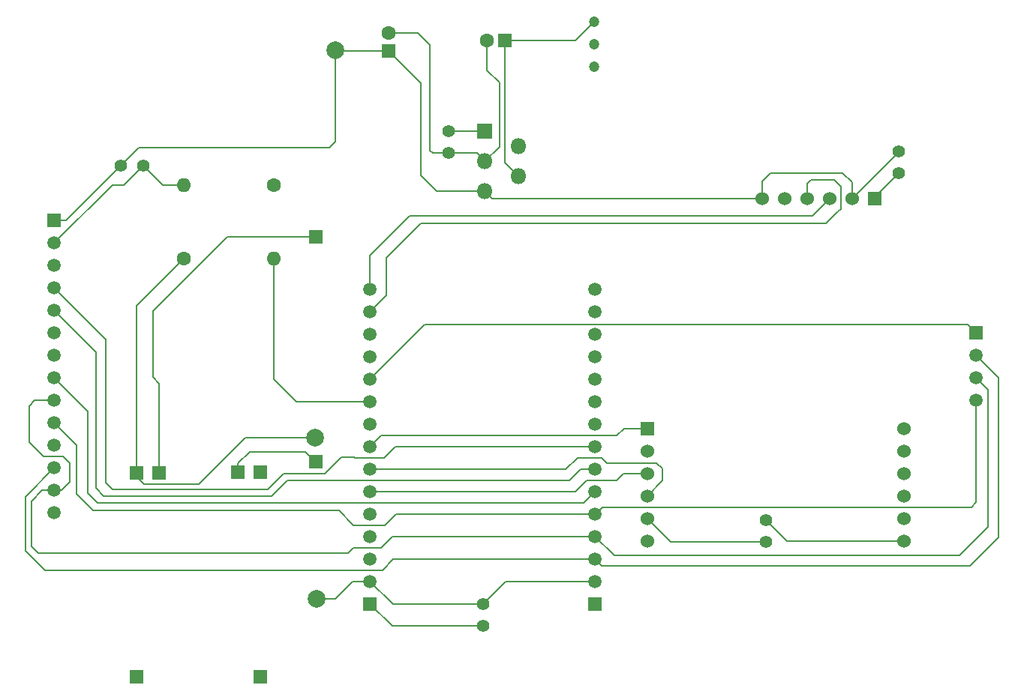
<source format=gbr>
%TF.GenerationSoftware,KiCad,Pcbnew,8.0.8*%
%TF.CreationDate,2025-04-04T13:43:42-04:00*%
%TF.ProjectId,bike_computer,62696b65-5f63-46f6-9d70-757465722e6b,0*%
%TF.SameCoordinates,Original*%
%TF.FileFunction,Copper,L1,Top*%
%TF.FilePolarity,Positive*%
%FSLAX46Y46*%
G04 Gerber Fmt 4.6, Leading zero omitted, Abs format (unit mm)*
G04 Created by KiCad (PCBNEW 8.0.8) date 2025-04-04 13:43:42*
%MOMM*%
%LPD*%
G01*
G04 APERTURE LIST*
%TA.AperFunction,ComponentPad*%
%ADD10C,1.400000*%
%TD*%
%TA.AperFunction,ComponentPad*%
%ADD11C,2.000000*%
%TD*%
%TA.AperFunction,ComponentPad*%
%ADD12R,1.800000X1.800000*%
%TD*%
%TA.AperFunction,ComponentPad*%
%ADD13O,1.800000X1.800000*%
%TD*%
%TA.AperFunction,ComponentPad*%
%ADD14R,1.500000X1.500000*%
%TD*%
%TA.AperFunction,ComponentPad*%
%ADD15C,1.500000*%
%TD*%
%TA.AperFunction,ComponentPad*%
%ADD16C,1.600000*%
%TD*%
%TA.AperFunction,ComponentPad*%
%ADD17O,1.600000X1.600000*%
%TD*%
%TA.AperFunction,ComponentPad*%
%ADD18R,1.524000X1.524000*%
%TD*%
%TA.AperFunction,ComponentPad*%
%ADD19R,1.600000X1.600000*%
%TD*%
%TA.AperFunction,ComponentPad*%
%ADD20C,1.200000*%
%TD*%
%TA.AperFunction,ComponentPad*%
%ADD21C,1.524000*%
%TD*%
%TA.AperFunction,Conductor*%
%ADD22C,0.200000*%
%TD*%
G04 APERTURE END LIST*
D10*
%TO.P,C5,1*%
%TO.N,+3.3V*%
X81360000Y-64370000D03*
%TO.P,C5,2*%
%TO.N,GND*%
X83860000Y-64370000D03*
%TD*%
%TO.P,C2,1*%
%TO.N,Net-(U3-BYPASS)*%
X118320000Y-60450000D03*
%TO.P,C2,2*%
%TO.N,GND*%
X118320000Y-62950000D03*
%TD*%
%TO.P,C4,1*%
%TO.N,+3.3V*%
X154170000Y-106870000D03*
%TO.P,C4,2*%
%TO.N,GND*%
X154170000Y-104370000D03*
%TD*%
D11*
%TO.P,3.3V,1,1*%
%TO.N,+3.3V*%
X105540000Y-51350000D03*
%TD*%
D12*
%TO.P,U3,1,BYPASS*%
%TO.N,Net-(U3-BYPASS)*%
X122422000Y-60444000D03*
D13*
%TO.P,U3,2,nSHDN*%
%TO.N,nSHDN*%
X126222000Y-62144000D03*
%TO.P,U3,3,GND*%
%TO.N,GND*%
X122422000Y-63844000D03*
%TO.P,U3,4,Vin*%
%TO.N,Net-(U3-Vin)*%
X126222000Y-65544000D03*
%TO.P,U3,5,Vout*%
%TO.N,+3.3V*%
X122422000Y-67244000D03*
%TD*%
D14*
%TO.P,U4,1,VCC*%
%TO.N,+3.3V*%
X73834500Y-70562000D03*
D15*
%TO.P,U4,2,GND*%
%TO.N,GND*%
X73834500Y-73102000D03*
%TO.P,U4,3,CS*%
%TO.N,CS*%
X73834500Y-75642000D03*
%TO.P,U4,4,RESET_N*%
%TO.N,Net-(U4-RESET_N)*%
X73834500Y-78182000D03*
%TO.P,U4,5,DC/RS*%
%TO.N,Net-(U4-DC{slash}RS)*%
X73834500Y-80722000D03*
%TO.P,U4,6,SDI(MOSI)*%
%TO.N,Net-(U4-SDI(MOSI))*%
X73834500Y-83262000D03*
%TO.P,U4,7,SCK*%
%TO.N,Net-(U4-SCK)*%
X73834500Y-85802000D03*
%TO.P,U4,8,LED*%
%TO.N,Net-(U4-LED)*%
X73834500Y-88342000D03*
%TO.P,U4,9,SDO(MISO)*%
%TO.N,Net-(U4-SDO(MISO))*%
X73834500Y-90882000D03*
%TO.P,U4,10,T_CLK*%
%TO.N,Net-(U4-SCK)*%
X73834500Y-93422000D03*
%TO.P,U4,11,T_CS*%
%TO.N,Net-(U4-T_CS)*%
X73834500Y-95962000D03*
%TO.P,U4,12,T_DIN*%
%TO.N,Net-(U4-SDI(MOSI))*%
X73834500Y-98502000D03*
%TO.P,U4,13,T_DO*%
%TO.N,Net-(U4-SDO(MISO))*%
X73834500Y-101042000D03*
%TO.P,U4,14,T_IRQ_N*%
%TO.N,Net-(U4-T_IRQ_N)*%
X73834500Y-103582000D03*
D14*
%TO.P,U4,15,SD_CS*%
%TO.N,SD_CS*%
X177874500Y-83262000D03*
D15*
%TO.P,U4,16,SD_MOSI*%
%TO.N,Net-(U4-SDI(MOSI))*%
X177874500Y-85802000D03*
%TO.P,U4,17,SD_MISO*%
%TO.N,Net-(U4-SDO(MISO))*%
X177874500Y-88342000D03*
%TO.P,U4,18,SD_SCK*%
%TO.N,Net-(U4-SCK)*%
X177874500Y-90882000D03*
%TD*%
D10*
%TO.P,C6,1*%
%TO.N,+3.3V*%
X122250000Y-116370000D03*
%TO.P,C6,2*%
%TO.N,GND*%
X122250000Y-113870000D03*
%TD*%
D16*
%TO.P,R1,1*%
%TO.N,Net-(U5-OUT+)*%
X88490000Y-74840000D03*
D17*
%TO.P,R1,2*%
%TO.N,Net-(U7-IO19)*%
X98650000Y-74840000D03*
%TD*%
D18*
%TO.P,U5,1,V_USB*%
%TO.N,unconnected-(U5-V_USB-Pad1)*%
X83125000Y-122071000D03*
%TO.P,U5,2,GND_USB*%
%TO.N,unconnected-(U5-GND_USB-Pad2)*%
X97125000Y-122071000D03*
%TO.P,U5,3,B+*%
%TO.N,Net-(BT1-+)*%
X85665000Y-99071000D03*
%TO.P,U5,4,B-*%
%TO.N,Net-(BT1--)*%
X94585000Y-98961000D03*
%TO.P,U5,5,OUT+*%
%TO.N,Net-(U5-OUT+)*%
X83125000Y-99071000D03*
%TO.P,U5,6,OUT-*%
%TO.N,GND*%
X97125000Y-98961000D03*
%TD*%
D16*
%TO.P,R2,1*%
%TO.N,Net-(U7-IO19)*%
X98600000Y-66550000D03*
D17*
%TO.P,R2,2*%
%TO.N,GND*%
X88440000Y-66550000D03*
%TD*%
D10*
%TO.P,C1,1*%
%TO.N,+3.3V*%
X169100000Y-62710000D03*
%TO.P,C1,2*%
%TO.N,GND*%
X169100000Y-65210000D03*
%TD*%
D11*
%TO.P,GND,1,1*%
%TO.N,GND*%
X103475000Y-113277000D03*
%TD*%
D19*
%TO.P,C3,1*%
%TO.N,+3.3V*%
X111580000Y-51365113D03*
D16*
%TO.P,C3,2*%
%TO.N,GND*%
X111580000Y-49365113D03*
%TD*%
D18*
%TO.P,BT1,1,+*%
%TO.N,Net-(BT1-+)*%
X103317000Y-72361000D03*
%TO.P,BT1,2,-*%
%TO.N,Net-(BT1--)*%
X103317000Y-97761000D03*
%TD*%
D20*
%TO.P,SW1,4,4*%
%TO.N,unconnected-(SW1-Pad4)*%
X134750000Y-53210000D03*
%TO.P,SW1,5,5*%
%TO.N,Net-(U5-OUT+)*%
X134750000Y-50670000D03*
%TO.P,SW1,6,6*%
%TO.N,Net-(U3-Vin)*%
X134750000Y-48130000D03*
%TD*%
D14*
%TO.P,U7,1,3V3*%
%TO.N,+3.3V*%
X109490000Y-113866000D03*
D15*
%TO.P,U7,2,GND*%
%TO.N,GND*%
X109490000Y-111326000D03*
%TO.P,U7,3,IO15/HSPI_CS0*%
%TO.N,CS*%
X109490000Y-108786000D03*
%TO.P,U7,4,IO2*%
%TO.N,unconnected-(U7-IO2-Pad4)*%
X109490000Y-106246000D03*
%TO.P,U7,5,IO4*%
%TO.N,unconnected-(U7-IO4-Pad5)*%
X109490000Y-103706000D03*
%TO.P,U7,6,IO16/RX2*%
%TO.N,Net-(U6-TXD)*%
X109490000Y-101166000D03*
%TO.P,U7,7,IO17/TX2*%
%TO.N,Net-(U6-RXD)*%
X109490000Y-98626000D03*
%TO.P,U7,8,IO5*%
%TO.N,Net-(U6-PPS)*%
X109490000Y-96086000D03*
%TO.P,U7,9,IO18*%
%TO.N,Net-(U6-RESET_N)*%
X109490000Y-93546000D03*
%TO.P,U7,10,IO19*%
%TO.N,Net-(U7-IO19)*%
X109490000Y-91006000D03*
%TO.P,U7,11,IO21*%
%TO.N,SD_CS*%
X109490000Y-88466000D03*
%TO.P,U7,12,IO3/RX0*%
%TO.N,unconnected-(U7-IO3{slash}RX0-Pad12)*%
X109490000Y-85926000D03*
%TO.P,U7,13,IO1/TX0*%
%TO.N,unconnected-(U7-IO1{slash}TX0-Pad13)*%
X109490000Y-83386000D03*
%TO.P,U7,14,IO22*%
%TO.N,Net-(U2-SCK)*%
X109490000Y-80846000D03*
%TO.P,U7,15,IO23*%
%TO.N,Net-(U2-SDI)*%
X109490000Y-78306000D03*
%TO.P,U7,16,EN*%
%TO.N,unconnected-(U7-EN-Pad16)*%
X134890000Y-78306000D03*
%TO.P,U7,17,IO36/Vp*%
%TO.N,unconnected-(U7-IO36{slash}Vp-Pad17)*%
X134890000Y-80846000D03*
%TO.P,U7,18,IO39/SensVn*%
%TO.N,unconnected-(U7-IO39{slash}SensVn-Pad18)*%
X134890000Y-83386000D03*
%TO.P,U7,19,IO34*%
%TO.N,unconnected-(U7-IO34-Pad19)*%
X134890000Y-85926000D03*
%TO.P,U7,20,IO35*%
%TO.N,Net-(U4-T_IRQ_N)*%
X134890000Y-88466000D03*
%TO.P,U7,21,IO32*%
%TO.N,Net-(U4-T_CS)*%
X134890000Y-91006000D03*
%TO.P,U7,22,IO33*%
%TO.N,nSHDN*%
X134890000Y-93546000D03*
%TO.P,U7,23,IO25*%
%TO.N,Net-(U4-RESET_N)*%
X134890000Y-96086000D03*
%TO.P,U7,24,IO26*%
%TO.N,Net-(U4-DC{slash}RS)*%
X134890000Y-98626000D03*
%TO.P,U7,25,IO27*%
%TO.N,Net-(U4-LED)*%
X134890000Y-101166000D03*
%TO.P,U7,26,IO14/HSPI_CLK*%
%TO.N,Net-(U4-SCK)*%
X134890000Y-103706000D03*
%TO.P,U7,27,IO12/HSPI_Q*%
%TO.N,Net-(U4-SDO(MISO))*%
X134890000Y-106246000D03*
%TO.P,U7,28,IO13/HSPI_ID*%
%TO.N,Net-(U4-SDI(MOSI))*%
X134890000Y-108786000D03*
%TO.P,U7,29,GND*%
%TO.N,GND*%
X134890000Y-111326000D03*
D14*
%TO.P,U7,30,Vin*%
%TO.N,unconnected-(U7-Vin-Pad30)*%
X134890000Y-113866000D03*
%TD*%
%TO.P,U6,1,PPS*%
%TO.N,Net-(U6-PPS)*%
X140740000Y-94030000D03*
D21*
%TO.P,U6,2,GND*%
%TO.N,GND*%
X140740000Y-96570000D03*
%TO.P,U6,3,TXD*%
%TO.N,Net-(U6-TXD)*%
X140740000Y-99110000D03*
%TO.P,U6,4,RXD*%
%TO.N,Net-(U6-RXD)*%
X140740000Y-101650000D03*
%TO.P,U6,5,VCC*%
%TO.N,+3.3V*%
X140740000Y-104190000D03*
%TO.P,U6,6,RESET_N*%
%TO.N,Net-(U6-RESET_N)*%
X140740000Y-106730000D03*
%TO.P,U6,7,GND*%
%TO.N,GND*%
X169740000Y-106730000D03*
%TO.P,U6,8,GND*%
X169740000Y-104190000D03*
%TO.P,U6,9,GND*%
X169740000Y-101650000D03*
%TO.P,U6,10,GND*%
X169740000Y-99110000D03*
%TO.P,U6,11,GND*%
X169740000Y-96570000D03*
%TO.P,U6,12,GND*%
X169740000Y-94030000D03*
%TD*%
D14*
%TO.P,U2,1,GND*%
%TO.N,GND*%
X166419000Y-68085000D03*
D21*
%TO.P,U2,2,CSB*%
%TO.N,+3.3V*%
X163879000Y-68085000D03*
%TO.P,U2,3,SDI*%
%TO.N,Net-(U2-SDI)*%
X161339000Y-68085000D03*
%TO.P,U2,4,SCK*%
%TO.N,Net-(U2-SCK)*%
X158799000Y-68085000D03*
%TO.P,U2,5,SDO*%
%TO.N,GND*%
X156259000Y-68085000D03*
%TO.P,U2,6,VDDIO*%
%TO.N,+3.3V*%
X153719000Y-68085000D03*
%TD*%
D11*
%TO.P,VBATT,1,1*%
%TO.N,Net-(U5-OUT+)*%
X103300000Y-95120000D03*
%TD*%
D19*
%TO.P,C7,1*%
%TO.N,Net-(U3-Vin)*%
X124690000Y-50210000D03*
D16*
%TO.P,C7,2*%
%TO.N,GND*%
X122690000Y-50210000D03*
%TD*%
D22*
%TO.N,Net-(BT1--)*%
X94585000Y-97945000D02*
X95880000Y-96650000D01*
X102206000Y-96650000D02*
X103317000Y-97761000D01*
X95880000Y-96650000D02*
X102206000Y-96650000D01*
X94585000Y-98961000D02*
X94585000Y-97945000D01*
%TO.N,Net-(BT1-+)*%
X85665000Y-88975000D02*
X84950000Y-88260000D01*
X91250000Y-74510000D02*
X91250000Y-74500000D01*
X91250000Y-74500000D02*
X93389000Y-72361000D01*
X93389000Y-72361000D02*
X103317000Y-72361000D01*
X84950000Y-80810000D02*
X91250000Y-74510000D01*
X85665000Y-99071000D02*
X85665000Y-88975000D01*
X84950000Y-88260000D02*
X84950000Y-80810000D01*
%TO.N,GND*%
X124060000Y-62206000D02*
X122422000Y-63844000D01*
X81680000Y-66550000D02*
X83860000Y-64370000D01*
X156530000Y-106730000D02*
X169740000Y-106730000D01*
X124794000Y-111326000D02*
X134890000Y-111326000D01*
X105543000Y-113277000D02*
X107494000Y-111326000D01*
X166419000Y-67891000D02*
X169100000Y-65210000D01*
X111580000Y-49365113D02*
X114835113Y-49365113D01*
X122690000Y-53620000D02*
X122690000Y-50210000D01*
X122250000Y-113870000D02*
X112034000Y-113870000D01*
X116550000Y-62950000D02*
X118320000Y-62950000D01*
X124060000Y-54990000D02*
X122690000Y-53620000D01*
X116220000Y-62620000D02*
X116550000Y-62950000D01*
X121528000Y-62950000D02*
X122422000Y-63844000D01*
X103475000Y-113277000D02*
X105543000Y-113277000D01*
X118320000Y-62950000D02*
X121528000Y-62950000D01*
X80386500Y-66550000D02*
X73834500Y-73102000D01*
X122250000Y-113870000D02*
X124794000Y-111326000D01*
X86040000Y-66550000D02*
X83860000Y-64370000D01*
X124060000Y-62206000D02*
X124060000Y-54990000D01*
X80386500Y-66550000D02*
X81680000Y-66550000D01*
X166419000Y-68085000D02*
X166419000Y-67891000D01*
X107494000Y-111326000D02*
X109463000Y-111326000D01*
X154170000Y-104370000D02*
X156530000Y-106730000D01*
X88440000Y-66550000D02*
X86040000Y-66550000D01*
X114835113Y-49365113D02*
X116220000Y-50750000D01*
X112034000Y-113870000D02*
X109490000Y-111326000D01*
X116220000Y-50750000D02*
X116220000Y-62620000D01*
%TO.N,+3.3V*%
X123263000Y-68085000D02*
X122422000Y-67244000D01*
X154660000Y-65160000D02*
X162830000Y-65160000D01*
X111994000Y-116370000D02*
X109490000Y-113866000D01*
X105555113Y-51365113D02*
X105540000Y-51350000D01*
X153719000Y-68085000D02*
X153719000Y-66101000D01*
X104880000Y-62340000D02*
X83390000Y-62340000D01*
X153719000Y-68085000D02*
X123263000Y-68085000D01*
X73834500Y-70562000D02*
X75168000Y-70562000D01*
X162830000Y-65170000D02*
X163879000Y-66219000D01*
X122250000Y-116370000D02*
X111994000Y-116370000D01*
X153719000Y-66101000D02*
X154660000Y-65160000D01*
X169100000Y-62864000D02*
X169100000Y-62710000D01*
X163879000Y-68085000D02*
X169100000Y-62864000D01*
X111580000Y-51365113D02*
X111585113Y-51365113D01*
X115220000Y-55210000D02*
X115220000Y-65480000D01*
X105540000Y-51350000D02*
X105540000Y-61680000D01*
X140740000Y-104190000D02*
X143420000Y-106870000D01*
X75168000Y-70562000D02*
X81360000Y-64370000D01*
X111580000Y-51365113D02*
X105555113Y-51365113D01*
X111580000Y-51365113D02*
X115220000Y-55005113D01*
X115220000Y-65480000D02*
X116984000Y-67244000D01*
X115220000Y-55000000D02*
X115220000Y-55210000D01*
X105540000Y-61680000D02*
X104880000Y-62340000D01*
X115220000Y-55005113D02*
X115220000Y-55210000D01*
X143420000Y-106870000D02*
X154170000Y-106870000D01*
X111514887Y-51300000D02*
X111580000Y-51365113D01*
X116984000Y-67244000D02*
X122422000Y-67244000D01*
X111455113Y-51490000D02*
X111580000Y-51365113D01*
X163879000Y-66219000D02*
X163879000Y-68085000D01*
X83390000Y-62340000D02*
X81360000Y-64370000D01*
X162830000Y-65160000D02*
X162830000Y-65170000D01*
%TO.N,Net-(U3-BYPASS)*%
X118326000Y-60444000D02*
X118320000Y-60450000D01*
X122422000Y-60444000D02*
X118326000Y-60444000D01*
X122415000Y-60437000D02*
X122422000Y-60444000D01*
%TO.N,Net-(U3-Vin)*%
X124690000Y-64012000D02*
X126222000Y-65544000D01*
X124690000Y-50210000D02*
X124690000Y-64012000D01*
X132670000Y-50210000D02*
X134750000Y-48130000D01*
X124690000Y-50210000D02*
X132670000Y-50210000D01*
%TO.N,Net-(U5-OUT+)*%
X83125000Y-80205000D02*
X88490000Y-74840000D01*
X83125000Y-99495000D02*
X83125000Y-99071000D01*
X90130000Y-100350000D02*
X83980000Y-100350000D01*
X103300000Y-95120000D02*
X95360000Y-95120000D01*
X83980000Y-100350000D02*
X83125000Y-99495000D01*
X83125000Y-99071000D02*
X83125000Y-80205000D01*
X95360000Y-95120000D02*
X90130000Y-100350000D01*
%TO.N,Net-(U7-IO19)*%
X109490000Y-91006000D02*
X101186000Y-91006000D01*
X98650000Y-66600000D02*
X98600000Y-66550000D01*
X101186000Y-91006000D02*
X98650000Y-88470000D01*
X98650000Y-88470000D02*
X98650000Y-74840000D01*
%TO.N,Net-(U2-SCK)*%
X161830000Y-65930000D02*
X162610000Y-66710000D01*
X162610000Y-69220000D02*
X162295000Y-69535000D01*
X162610000Y-66710000D02*
X162610000Y-69220000D01*
X160920000Y-70910000D02*
X162295000Y-69535000D01*
X111350000Y-78959000D02*
X111350000Y-74780000D01*
X158799000Y-68085000D02*
X158799000Y-66361000D01*
X111350000Y-74780000D02*
X115220000Y-70910000D01*
X158799000Y-66361000D02*
X159230000Y-65930000D01*
X115220000Y-70910000D02*
X160920000Y-70910000D01*
X159230000Y-65930000D02*
X161830000Y-65930000D01*
X109463000Y-80846000D02*
X111350000Y-78959000D01*
%TO.N,Net-(U2-SDI)*%
X109463000Y-78306000D02*
X109463000Y-74497000D01*
X113940000Y-70020000D02*
X159404000Y-70020000D01*
X159404000Y-70020000D02*
X161339000Y-68085000D01*
X109463000Y-74497000D02*
X113940000Y-70020000D01*
%TO.N,Net-(U4-SCK)*%
X105940000Y-103330000D02*
X78230000Y-103330000D01*
X135676000Y-102920000D02*
X177330000Y-102920000D01*
X111120000Y-104990000D02*
X107600000Y-104990000D01*
X76320000Y-95907500D02*
X73834500Y-93422000D01*
X112404000Y-103706000D02*
X111120000Y-104990000D01*
X177330000Y-102920000D02*
X177874500Y-102375500D01*
X107600000Y-104990000D02*
X105940000Y-103330000D01*
X76320000Y-101420000D02*
X76320000Y-95907500D01*
X177874500Y-102375500D02*
X177874500Y-90882000D01*
X78230000Y-103330000D02*
X76320000Y-101420000D01*
X134890000Y-103706000D02*
X112404000Y-103706000D01*
X134890000Y-103706000D02*
X135676000Y-102920000D01*
%TO.N,Net-(U4-SDO(MISO))*%
X75620000Y-98000000D02*
X74850000Y-97230000D01*
X72478000Y-101042000D02*
X73834500Y-101042000D01*
X71280000Y-102240000D02*
X72478000Y-101042000D01*
X177874500Y-88342000D02*
X179210000Y-89677500D01*
X112004000Y-106246000D02*
X110740000Y-107510000D01*
X74850000Y-97230000D02*
X72630000Y-97230000D01*
X179210000Y-105190000D02*
X175990000Y-108410000D01*
X75620000Y-100040000D02*
X75620000Y-98000000D01*
X137054000Y-108410000D02*
X134890000Y-106246000D01*
X71628000Y-90882000D02*
X73834500Y-90882000D01*
X74618000Y-101042000D02*
X75620000Y-100040000D01*
X175990000Y-108410000D02*
X175570000Y-108410000D01*
X179210000Y-89677500D02*
X179210000Y-105190000D01*
X73834500Y-101042000D02*
X74618000Y-101042000D01*
X110740000Y-107510000D02*
X107590000Y-107510000D01*
X106980000Y-108120000D02*
X72000000Y-108120000D01*
X71010000Y-91500000D02*
X71628000Y-90882000D01*
X71010000Y-95610000D02*
X71010000Y-91500000D01*
X72630000Y-97230000D02*
X71010000Y-95610000D01*
X134890000Y-106246000D02*
X112004000Y-106246000D01*
X72000000Y-108120000D02*
X71280000Y-107400000D01*
X71280000Y-107400000D02*
X71280000Y-102240000D01*
X175570000Y-108410000D02*
X137054000Y-108410000D01*
X107590000Y-107510000D02*
X106980000Y-108120000D01*
%TO.N,Net-(U4-RESET_N)*%
X99710000Y-99180000D02*
X97950000Y-100940000D01*
X107770000Y-97320000D02*
X106210000Y-97320000D01*
X106210000Y-97320000D02*
X104350000Y-99180000D01*
X79650000Y-83997500D02*
X73834500Y-78182000D01*
X79650000Y-100150000D02*
X79650000Y-83997500D01*
X80440000Y-100940000D02*
X79650000Y-100150000D01*
X134890000Y-96086000D02*
X112294000Y-96086000D01*
X112294000Y-96086000D02*
X111050000Y-97330000D01*
X107780000Y-97330000D02*
X107770000Y-97320000D01*
X97950000Y-100940000D02*
X80440000Y-100940000D01*
X104350000Y-99180000D02*
X99710000Y-99180000D01*
X111050000Y-97330000D02*
X107780000Y-97330000D01*
%TO.N,Net-(U4-LED)*%
X78710000Y-102450000D02*
X133606000Y-102450000D01*
X133606000Y-102450000D02*
X134890000Y-101166000D01*
X77610000Y-92117500D02*
X77610000Y-101350000D01*
X73834500Y-88342000D02*
X77610000Y-92117500D01*
X77610000Y-101350000D02*
X78710000Y-102450000D01*
%TO.N,Net-(U4-SDI(MOSI))*%
X135624000Y-109520000D02*
X134890000Y-108786000D01*
X70560000Y-101776500D02*
X70560000Y-107830000D01*
X112104000Y-108786000D02*
X134890000Y-108786000D01*
X70560000Y-107830000D02*
X72770000Y-110040000D01*
X73834500Y-98502000D02*
X70560000Y-101776500D01*
X180410000Y-88337500D02*
X180410000Y-106310000D01*
X177200000Y-109520000D02*
X135624000Y-109520000D01*
X72770000Y-110040000D02*
X110850000Y-110040000D01*
X180410000Y-106310000D02*
X177200000Y-109520000D01*
X177874500Y-85802000D02*
X180410000Y-88337500D01*
X110850000Y-110040000D02*
X112104000Y-108786000D01*
%TO.N,SD_CS*%
X115620000Y-82336000D02*
X109490000Y-88466000D01*
X177874500Y-83262000D02*
X176948500Y-82336000D01*
X176948500Y-82336000D02*
X115620000Y-82336000D01*
%TO.N,Net-(U4-DC{slash}RS)*%
X131980000Y-99880000D02*
X100168000Y-99880000D01*
X78540000Y-100780000D02*
X78540000Y-85427500D01*
X78540000Y-85427500D02*
X73834500Y-80722000D01*
X134890000Y-98626000D02*
X133234000Y-98626000D01*
X100168000Y-99880000D02*
X98378000Y-101670000D01*
X98378000Y-101670000D02*
X79430000Y-101670000D01*
X133234000Y-98626000D02*
X131980000Y-99880000D01*
X79430000Y-101670000D02*
X78540000Y-100780000D01*
%TO.N,Net-(U6-RXD)*%
X131584000Y-98626000D02*
X132880000Y-97330000D01*
X142450000Y-98570000D02*
X142450000Y-99940000D01*
X141800000Y-97920000D02*
X142450000Y-98570000D01*
X132880000Y-97330000D02*
X135610000Y-97330000D01*
X136200000Y-97920000D02*
X141800000Y-97920000D01*
X109490000Y-98626000D02*
X131584000Y-98626000D01*
X142450000Y-99940000D02*
X140740000Y-101650000D01*
X135610000Y-97330000D02*
X136200000Y-97920000D01*
%TO.N,Net-(U6-PPS)*%
X137340000Y-94820000D02*
X110756000Y-94820000D01*
X140740000Y-94030000D02*
X138130000Y-94030000D01*
X138130000Y-94030000D02*
X137340000Y-94820000D01*
X110756000Y-94820000D02*
X109490000Y-96086000D01*
%TO.N,Net-(U6-TXD)*%
X109490000Y-101166000D02*
X132634000Y-101166000D01*
X137290000Y-99890000D02*
X138070000Y-99110000D01*
X132634000Y-101166000D02*
X133910000Y-99890000D01*
X133910000Y-99890000D02*
X137290000Y-99890000D01*
X138070000Y-99110000D02*
X140740000Y-99110000D01*
%TD*%
M02*

</source>
